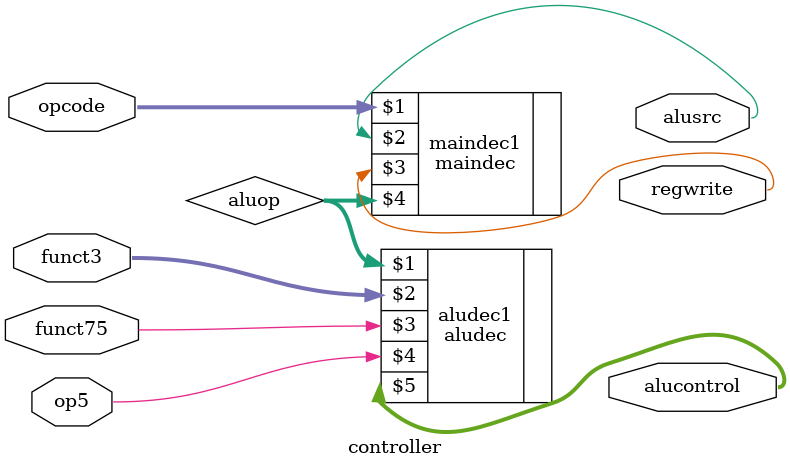
<source format=sv>
module controller(input wire [6:0] opcode,
						input wire [14:12] funct3,
						input wire funct75,op5,
						output wire [3:0] alucontrol,
						output wire alusrc,regwrite);
						
	wire [1:0] aluop;

	aludec aludec1(aluop,funct3,funct75,op5,alucontrol);
	maindec maindec1(opcode,alusrc,regwrite,aluop);
endmodule

</source>
